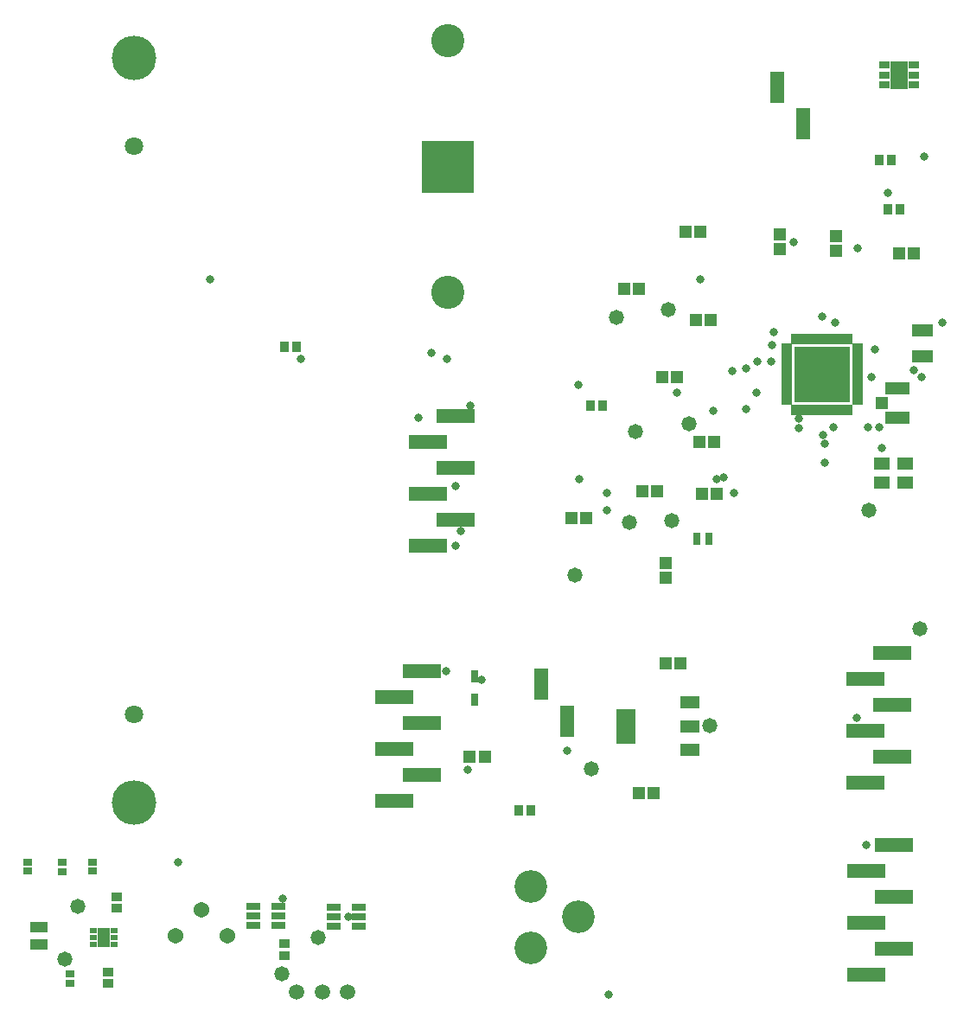
<source format=gts>
G04*
G04 #@! TF.GenerationSoftware,Altium Limited,Altium Designer,19.1.7 (138)*
G04*
G04 Layer_Color=8388736*
%FSLAX25Y25*%
%MOIN*%
G70*
G01*
G75*
%ADD15R,0.04540X0.04934*%
%ADD16R,0.20485X0.20485*%
%ADD17R,0.07690X0.13398*%
%ADD18R,0.07690X0.04540*%
%ADD19R,0.05721X0.03162*%
%ADD20R,0.04147X0.03556*%
%ADD21R,0.05131X0.07493*%
%ADD22R,0.03162X0.02178*%
%ADD23R,0.03241X0.03162*%
%ADD24R,0.04934X0.04540*%
%ADD25R,0.03556X0.04147*%
%ADD26R,0.07887X0.04737*%
%ADD27R,0.04934X0.04737*%
%ADD28R,0.09461X0.04934*%
%ADD29R,0.05918X0.04934*%
%ADD30R,0.21469X0.21469*%
%ADD31R,0.01981X0.04343*%
%ADD32R,0.04343X0.01981*%
%ADD33R,0.04737X0.04737*%
%ADD34R,0.02965X0.04737*%
%ADD35R,0.07099X0.10642*%
%ADD36R,0.04343X0.02572*%
%ADD37R,0.14816X0.05800*%
%ADD38R,0.05524X0.03162*%
%ADD39R,0.05800X0.12454*%
%ADD40R,0.02769X0.04934*%
%ADD41R,0.06509X0.04343*%
%ADD42C,0.12788*%
%ADD43C,0.17158*%
%ADD44C,0.07099*%
%ADD45C,0.05918*%
%ADD46C,0.06064*%
%ADD47C,0.12611*%
%ADD48C,0.05800*%
%ADD49C,0.03200*%
D15*
X602354Y332500D02*
D03*
X596646D02*
D03*
X578854Y197000D02*
D03*
X573146D02*
D03*
X596854Y413500D02*
D03*
X591146D02*
D03*
X679354Y405000D02*
D03*
X673646D02*
D03*
X597646Y312500D02*
D03*
X603354D02*
D03*
X574646Y313500D02*
D03*
X580354D02*
D03*
X547146Y303000D02*
D03*
X552854D02*
D03*
X595146Y379500D02*
D03*
X600854D02*
D03*
X582146Y357500D02*
D03*
X587854D02*
D03*
X567500Y391500D02*
D03*
X573209D02*
D03*
X583500Y247000D02*
D03*
X589209D02*
D03*
D16*
X499500Y438575D02*
D03*
D17*
X568197Y222945D02*
D03*
D18*
X593000Y232000D02*
D03*
Y222945D02*
D03*
Y213890D02*
D03*
D19*
X434343Y153480D02*
D03*
Y149740D02*
D03*
Y146000D02*
D03*
X424500D02*
D03*
Y149740D02*
D03*
Y153480D02*
D03*
D20*
X436500Y134472D02*
D03*
Y139000D02*
D03*
X368500Y128264D02*
D03*
Y123736D02*
D03*
X372000Y157264D02*
D03*
Y152736D02*
D03*
D21*
X367000Y141500D02*
D03*
D22*
X371134Y144059D02*
D03*
Y141500D02*
D03*
Y138941D02*
D03*
X362866D02*
D03*
Y141500D02*
D03*
Y144059D02*
D03*
D23*
X354000Y123689D02*
D03*
Y127311D02*
D03*
X362500Y170622D02*
D03*
Y167000D02*
D03*
X351000Y170311D02*
D03*
Y166689D02*
D03*
X337500Y170622D02*
D03*
Y167000D02*
D03*
D24*
X627500Y406646D02*
D03*
Y412354D02*
D03*
X583500Y280146D02*
D03*
Y285854D02*
D03*
X649433Y411902D02*
D03*
Y406193D02*
D03*
D25*
X674000Y422000D02*
D03*
X669472D02*
D03*
X670500Y441000D02*
D03*
X665972D02*
D03*
X554736Y346500D02*
D03*
X559264D02*
D03*
X527000Y190500D02*
D03*
X531528D02*
D03*
X441264Y369000D02*
D03*
X436736D02*
D03*
D26*
X682500Y365579D02*
D03*
Y375421D02*
D03*
D27*
X667000Y347500D02*
D03*
D28*
X673004Y341693D02*
D03*
Y353307D02*
D03*
D29*
X676028Y324142D02*
D03*
X666973D02*
D03*
Y316858D02*
D03*
X676028D02*
D03*
D30*
X643917Y358484D02*
D03*
D31*
X654744Y344902D02*
D03*
X652776D02*
D03*
X650807D02*
D03*
X648839D02*
D03*
X646870D02*
D03*
X644902D02*
D03*
X642933D02*
D03*
X640965D02*
D03*
X638996D02*
D03*
X637028D02*
D03*
X635059D02*
D03*
X633091D02*
D03*
Y372067D02*
D03*
X635059D02*
D03*
X637028D02*
D03*
X638996D02*
D03*
X640965D02*
D03*
X642933D02*
D03*
X644902D02*
D03*
X646870D02*
D03*
X648839D02*
D03*
X650807D02*
D03*
X652776D02*
D03*
X654744D02*
D03*
D32*
X630335Y347657D02*
D03*
Y349626D02*
D03*
Y351594D02*
D03*
Y353563D02*
D03*
Y355531D02*
D03*
Y357500D02*
D03*
Y359469D02*
D03*
Y361437D02*
D03*
Y363406D02*
D03*
Y365374D02*
D03*
Y367343D02*
D03*
Y369311D02*
D03*
X657500D02*
D03*
Y367343D02*
D03*
Y365374D02*
D03*
Y363406D02*
D03*
Y361437D02*
D03*
Y359469D02*
D03*
Y357500D02*
D03*
Y355531D02*
D03*
Y353563D02*
D03*
Y351594D02*
D03*
Y349626D02*
D03*
Y347657D02*
D03*
D33*
X508094Y211000D02*
D03*
X514000D02*
D03*
D34*
X600461Y295000D02*
D03*
X595539D02*
D03*
D35*
X673709Y473937D02*
D03*
D36*
X679417Y477874D02*
D03*
Y473937D02*
D03*
Y470000D02*
D03*
X668000D02*
D03*
Y473937D02*
D03*
Y477874D02*
D03*
D37*
X671012Y251000D02*
D03*
X660500Y241000D02*
D03*
X671012Y231000D02*
D03*
X660500Y201000D02*
D03*
X671012Y211039D02*
D03*
X660500Y221000D02*
D03*
X502512Y342500D02*
D03*
X492000Y332500D02*
D03*
X502512Y322500D02*
D03*
X492000Y292500D02*
D03*
X502512Y302539D02*
D03*
X492000Y312500D02*
D03*
X489512Y244000D02*
D03*
X479000Y234000D02*
D03*
X489512Y224000D02*
D03*
X479000Y194000D02*
D03*
X489512Y204039D02*
D03*
X479000Y214000D02*
D03*
X671512Y177000D02*
D03*
X661000Y167000D02*
D03*
X671512Y157000D02*
D03*
X661000Y127000D02*
D03*
X671512Y137039D02*
D03*
X661000Y147000D02*
D03*
D38*
X455500Y153240D02*
D03*
Y149500D02*
D03*
Y145760D02*
D03*
X465343D02*
D03*
Y149500D02*
D03*
Y153240D02*
D03*
D39*
X636500Y455000D02*
D03*
X626500Y469173D02*
D03*
X545500Y224913D02*
D03*
X535500Y239087D02*
D03*
D40*
X510000Y233020D02*
D03*
Y241980D02*
D03*
D41*
X342000Y138807D02*
D03*
Y145500D02*
D03*
D42*
X499500Y390150D02*
D03*
Y487000D02*
D03*
D43*
X378500Y480508D02*
D03*
Y193500D02*
D03*
D44*
Y446472D02*
D03*
Y227535D02*
D03*
D45*
X461000Y120500D02*
D03*
X451157D02*
D03*
X441315D02*
D03*
D46*
X394500Y142000D02*
D03*
X404500Y152000D02*
D03*
X414500Y142000D02*
D03*
D47*
X550004Y149311D02*
D03*
X531500Y137500D02*
D03*
Y161122D02*
D03*
D48*
X584500Y383500D02*
D03*
X564500Y380500D02*
D03*
X572000Y336500D02*
D03*
X681500Y260500D02*
D03*
X592500Y339500D02*
D03*
X586000Y302000D02*
D03*
X548500Y281000D02*
D03*
X569500Y301500D02*
D03*
X352000Y133000D02*
D03*
X357000Y153500D02*
D03*
X435500Y127500D02*
D03*
X449500Y141500D02*
D03*
X600500Y223000D02*
D03*
X555000Y206500D02*
D03*
X662000Y306000D02*
D03*
D49*
X666000Y338000D02*
D03*
X667000Y330000D02*
D03*
X661500Y338000D02*
D03*
X657500Y407291D02*
D03*
X443000Y364600D02*
D03*
X499300D02*
D03*
X619112Y363538D02*
D03*
X624200Y363406D02*
D03*
X493400Y366700D02*
D03*
X614800Y360850D02*
D03*
X502500Y315500D02*
D03*
X508400Y346500D02*
D03*
X614750Y345200D02*
D03*
X504600Y298100D02*
D03*
X602000Y344600D02*
D03*
X683300Y442328D02*
D03*
X669472Y428500D02*
D03*
X561000Y306000D02*
D03*
X499000Y244000D02*
D03*
X610100Y312800D02*
D03*
X561000D02*
D03*
X657300Y226300D02*
D03*
X643900Y380900D02*
D03*
X550000Y354500D02*
D03*
X587854Y351594D02*
D03*
X545500Y213500D02*
D03*
X395722Y170622D02*
D03*
X644250Y335100D02*
D03*
X609300Y359700D02*
D03*
X488300Y341700D02*
D03*
X635050Y337900D02*
D03*
X502500Y292500D02*
D03*
X635059Y341500D02*
D03*
X596854Y395146D02*
D03*
X663000Y357500D02*
D03*
X561700Y119500D02*
D03*
X661000Y177000D02*
D03*
X603354Y318100D02*
D03*
X550300D02*
D03*
X605900Y318800D02*
D03*
X507400Y206200D02*
D03*
X645100Y331850D02*
D03*
X618699Y351594D02*
D03*
X436000Y156500D02*
D03*
X461400Y149500D02*
D03*
X512500Y240900D02*
D03*
X648450Y337985D02*
D03*
X624777Y369936D02*
D03*
X645100Y324600D02*
D03*
X625300Y374900D02*
D03*
X679200Y360300D02*
D03*
X664326Y368100D02*
D03*
X682200Y357500D02*
D03*
X690400Y378600D02*
D03*
X648852D02*
D03*
X633100Y409400D02*
D03*
X408000Y395300D02*
D03*
M02*

</source>
